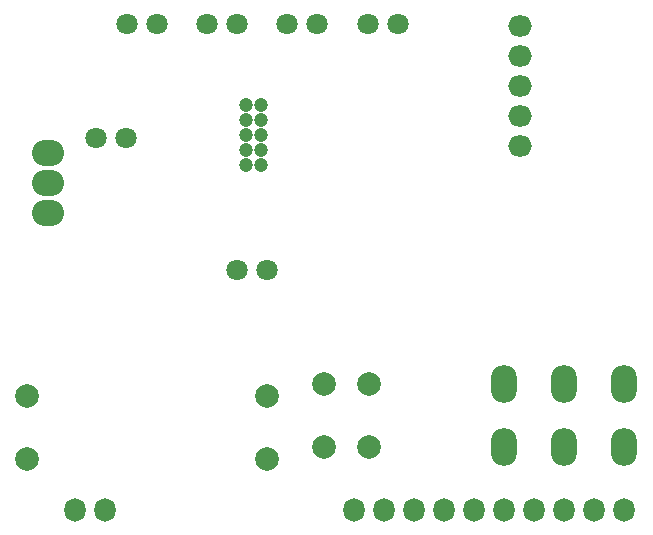
<source format=gts>
G04*
G04 #@! TF.GenerationSoftware,Altium Limited,Altium Designer,23.5.1 (21)*
G04*
G04 Layer_Color=8388736*
%FSLAX44Y44*%
%MOMM*%
G71*
G04*
G04 #@! TF.SameCoordinates,1C69412E-B372-4F46-9B7E-F97621244732*
G04*
G04*
G04 #@! TF.FilePolarity,Negative*
G04*
G01*
G75*
%ADD11C,2.0032*%
%ADD12O,2.2032X3.2032*%
%ADD13C,1.8032*%
%ADD14O,1.8032X2.0032*%
%ADD15O,2.7032X2.2032*%
%ADD16O,2.0032X1.8032*%
%ADD17C,1.2032*%
D11*
X12700Y111760D02*
D03*
X215900D02*
D03*
Y58420D02*
D03*
X12700D02*
D03*
X264160Y68580D02*
D03*
X302260D02*
D03*
X264160Y121920D02*
D03*
X302260D02*
D03*
D12*
X518160Y68580D02*
D03*
X467360D02*
D03*
X416560D02*
D03*
X518160Y121920D02*
D03*
X467360D02*
D03*
X416560D02*
D03*
D13*
X97300Y427500D02*
D03*
X122700D02*
D03*
X190500D02*
D03*
X165100D02*
D03*
X258300D02*
D03*
X232900D02*
D03*
X326100D02*
D03*
X300700D02*
D03*
X96520Y330200D02*
D03*
X71120D02*
D03*
X215900Y218440D02*
D03*
X190500D02*
D03*
D14*
X492760Y15240D02*
D03*
X518160D02*
D03*
X467360D02*
D03*
X441960D02*
D03*
X289560D02*
D03*
X314960D02*
D03*
X365760D02*
D03*
X340360D02*
D03*
X416560D02*
D03*
X391160D02*
D03*
X78740D02*
D03*
X53340D02*
D03*
D15*
X30480Y266700D02*
D03*
Y292100D02*
D03*
Y317500D02*
D03*
D16*
X430000Y375000D02*
D03*
Y425800D02*
D03*
Y400400D02*
D03*
Y349600D02*
D03*
Y324200D02*
D03*
D17*
X210820Y307340D02*
D03*
X198120D02*
D03*
Y320040D02*
D03*
X210820D02*
D03*
X198120Y332740D02*
D03*
X210820D02*
D03*
X198120Y345440D02*
D03*
X210820D02*
D03*
X198120Y358140D02*
D03*
X210820D02*
D03*
M02*

</source>
